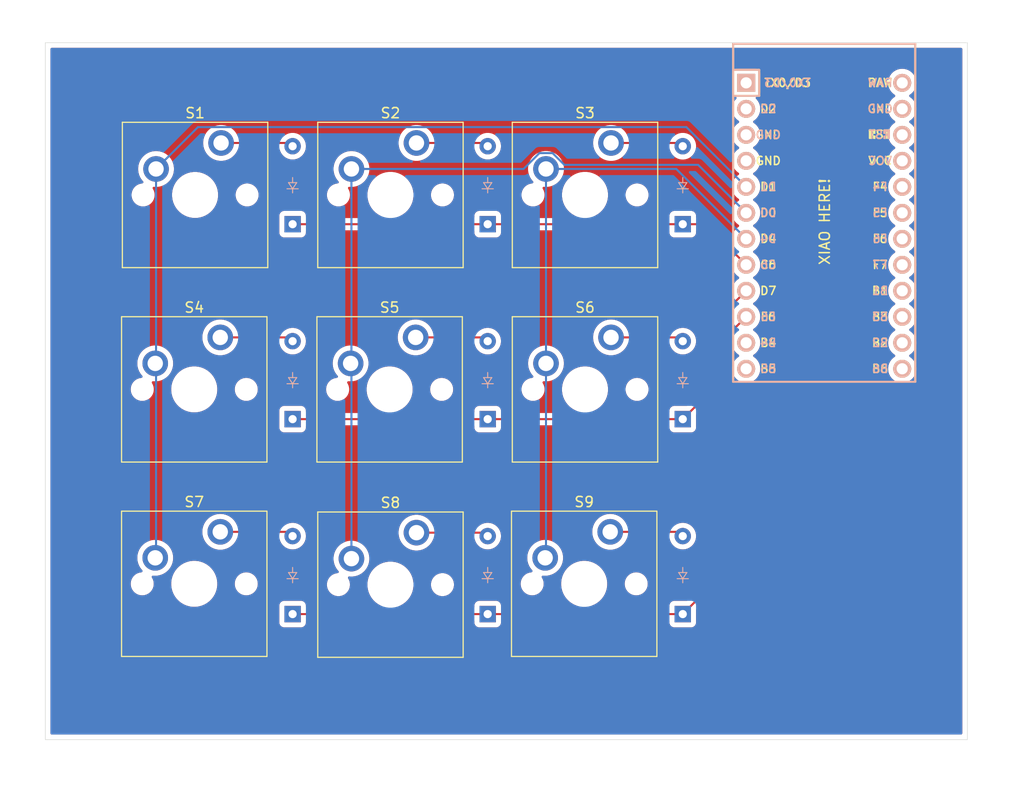
<source format=kicad_pcb>
(kicad_pcb (version 20241229) (generator "pcbnew") (generator_version "9.0")
  (layers (0 "F.Cu" signal) (2 "B.Cu" signal) (13 "F.Paste" user) (15 "B.Paste" user) (5 "F.SilkS" user "F.Silkscreen") (7 "B.SilkS" user "B.Silkscreen") (1 "F.Mask" user) (3 "B.Mask" user) (25 "Edge.Cuts" user))
  (net 0 "")
  (net 1 "Row 0")
  (net 2 "Net-(D1-A)")
  (net 3 "Net-(D2-A)")
  (net 4 "Net-(D3-A)")
  (net 5 "Net-(D4-A)")
  (net 6 "Row 1")
  (net 7 "Net-(D5-A)")
  (net 8 "Net-(D6-A)")
  (net 9 "Row 2")
  (net 10 "Net-(D7-A)")
  (net 11 "Net-(D8-A)")
  (net 12 "Net-(D9-A)")
  (net 13 "Column 0")
  (net 14 "Column 1")
  (net 15 "Column 2")
  (footprint "ScottoKeebs_MX:MX_PCB_1.00u" (layer "F.Cu") (at 118 80)
    (property "Reference" "S1" (at 0 -8 0) (layer "F.SilkS"))
    (property "Value" "Keyswitch")
    (fp_line (start -7.1 -7.1) (end -7.1 7.1) (stroke (width 0.12)) (layer "F.SilkS"))
    (fp_line (start -7.1 7.1) (end 7.1 7.1) (stroke (width 0.12)) (layer "F.SilkS"))
    (fp_line (start 7.1 -7.1) (end -7.1 -7.1) (stroke (width 0.12)) (layer "F.SilkS"))
    (fp_line (start 7.1 7.1) (end 7.1 -7.1) (stroke (width 0.12)) (layer "F.SilkS"))
    (pad "" np_thru_hole circle (at -5.08 0) (size 1.75 1.75) (drill 1.75) (layers "*.Cu" "*.Mask"))
    (pad "" np_thru_hole circle (at 0 0) (size 4 4) (drill 4) (layers "*.Cu" "*.Mask"))
    (pad "" np_thru_hole circle (at 5.08 0) (size 1.75 1.75) (drill 1.75) (layers "*.Cu" "*.Mask"))
    (pad "1" thru_hole circle (at -3.81 -2.54) (size 2.5 2.5) (drill 1.5) (layers "*.Cu" "*.Mask") (net 13 "Column 0"))
    (pad "2" thru_hole circle (at 2.54 -5.08) (size 2.5 2.5) (drill 1.5) (layers "*.Cu" "*.Mask") (net 2 "Net-(D1-A)"))
  )
  (footprint "ScottoKeebs_MX:MX_PCB_1.00u" (layer "F.Cu") (at 137.08 80)
    (property "Reference" "S2" (at 0 -8 0) (layer "F.SilkS"))
    (property "Value" "Keyswitch")
    (fp_line (start -7.1 -7.1) (end -7.1 7.1) (stroke (width 0.12)) (layer "F.SilkS"))
    (fp_line (start -7.1 7.1) (end 7.1 7.1) (stroke (width 0.12)) (layer "F.SilkS"))
    (fp_line (start 7.1 -7.1) (end -7.1 -7.1) (stroke (width 0.12)) (layer "F.SilkS"))
    (fp_line (start 7.1 7.1) (end 7.1 -7.1) (stroke (width 0.12)) (layer "F.SilkS"))
    (pad "" np_thru_hole circle (at -5.08 0) (size 1.75 1.75) (drill 1.75) (layers "*.Cu" "*.Mask"))
    (pad "" np_thru_hole circle (at 0 0) (size 4 4) (drill 4) (layers "*.Cu" "*.Mask"))
    (pad "" np_thru_hole circle (at 5.08 0) (size 1.75 1.75) (drill 1.75) (layers "*.Cu" "*.Mask"))
    (pad "1" thru_hole circle (at -3.81 -2.54) (size 2.5 2.5) (drill 1.5) (layers "*.Cu" "*.Mask") (net 14 "Column 1"))
    (pad "2" thru_hole circle (at 2.54 -5.08) (size 2.5 2.5) (drill 1.5) (layers "*.Cu" "*.Mask") (net 3 "Net-(D2-A)"))
  )
  (footprint "ScottoKeebs_MCU:Arduino_Pro_Micro" (layer "F.Cu") (at 179.43625 83.01625)
    (property "Reference" "U1" (hide yes))
    (property "Value" "Arduino_Pro_Micro" (hide yes))
    (fp_line (start -8.89 -17.78) (end -8.89 15.24) (stroke (width 0.2)) (layer "F.SilkS"))
    (fp_line (start -8.89 15.24) (end 8.89 15.24) (stroke (width 0.2)) (layer "F.SilkS"))
    (fp_line (start -6.35 -15.24) (end -8.89 -15.24) (stroke (width 0.2)) (layer "F.SilkS"))
    (fp_line (start -6.35 -15.24) (end -6.35 -12.7) (stroke (width 0.2)) (layer "F.SilkS"))
    (fp_line (start -6.35 -12.7) (end -8.89 -12.7) (stroke (width 0.2)) (layer "F.SilkS"))
    (fp_line (start 8.89 -17.78) (end -8.89 -17.78) (stroke (width 0.2)) (layer "F.SilkS"))
    (fp_line (start 8.89 15.24) (end 8.89 -17.78) (stroke (width 0.2)) (layer "F.SilkS"))
    (fp_poly (pts (xy 4.531568 -9.36064) (xy 4.531568 -8.56064) (xy 4.431568 -8.56064) (xy 4.431568 -9.36064)) (stroke (width 0.15)) (fill yes) (layer "F.SilkS"))
    (fp_poly (pts (xy 4.731568 -8.96064) (xy 4.731568 -8.86064) (xy 4.631568 -8.86064) (xy 4.631568 -8.96064)) (stroke (width 0.15)) (fill yes) (layer "F.SilkS"))
    (fp_poly (pts (xy 4.931568 -9.36064) (xy 4.931568 -9.26064) (xy 4.431568 -9.26064) (xy 4.431568 -9.36064)) (stroke (width 0.15)) (fill yes) (layer "F.SilkS"))
    (fp_poly (pts (xy 4.931568 -9.36064) (xy 4.931568 -9.06064) (xy 4.831568 -9.06064) (xy 4.831568 -9.36064)) (stroke (width 0.15)) (fill yes) (layer "F.SilkS"))
    (fp_poly (pts (xy 4.931568 -8.76064) (xy 4.931568 -8.56064) (xy 4.831568 -8.56064) (xy 4.831568 -8.76064)) (stroke (width 0.15)) (fill yes) (layer "F.SilkS"))
    (fp_line (start -8.89 -17.78) (end -8.89 15.24) (stroke (width 0.2)) (layer "B.SilkS"))
    (fp_line (start -8.89 15.24) (end 8.89 15.24) (stroke (width 0.2)) (layer "B.SilkS"))
    (fp_line (start -6.35 -15.24) (end -8.89 -15.24) (stroke (width 0.2)) (layer "B.SilkS"))
    (fp_line (start -6.35 -15.24) (end -6.35 -12.7) (stroke (width 0.2)) (layer "B.SilkS"))
    (fp_line (start -6.35 -12.7) (end -8.89 -12.7) (stroke (width 0.2)) (layer "B.SilkS"))
    (fp_line (start 8.89 -17.78) (end -8.89 -17.78) (stroke (width 0.2)) (layer "B.SilkS"))
    (fp_line (start 8.89 15.24) (end 8.89 -17.78) (stroke (width 0.2)) (layer "B.SilkS"))
    (fp_poly (pts (xy 5.844635 -9.35097) (xy 5.844635 -9.25097) (xy 6.344635 -9.25097) (xy 6.344635 -9.35097)) (stroke (width 0.15)) (fill yes) (layer "B.SilkS"))
    (fp_poly (pts (xy 5.844635 -9.35097) (xy 5.844635 -9.05097) (xy 5.944635 -9.05097) (xy 5.944635 -9.35097)) (stroke (width 0.15)) (fill yes) (layer "B.SilkS"))
    (fp_poly (pts (xy 5.844635 -8.75097) (xy 5.844635 -8.55097) (xy 5.944635 -8.55097) (xy 5.944635 -8.75097)) (stroke (width 0.15)) (fill yes) (layer "B.SilkS"))
    (fp_poly (pts (xy 6.044635 -8.95097) (xy 6.044635 -8.85097) (xy 6.144635 -8.85097) (xy 6.144635 -8.95097)) (stroke (width 0.15)) (fill yes) (layer "B.SilkS"))
    (fp_poly (pts (xy 6.244635 -9.35097) (xy 6.244635 -8.55097) (xy 6.344635 -8.55097) (xy 6.344635 -9.35097)) (stroke (width 0.15)) (fill yes) (layer "B.SilkS"))
    (fp_text user "E6" (at -5.461 8.89 0) (layer "F.SilkS") (effects (font (size 0.8 0.8))))
    (fp_text user "F7" (at 5.461 3.81 0) (layer "F.SilkS") (effects (font (size 0.8 0.8))))
    (fp_text user "TX0/D3" (at -3.571872 -13.97 0) (layer "F.SilkS") (effects (font (size 0.8 0.8))))
    (fp_text user "D0" (at -5.461 -1.27 0) (layer "F.SilkS") (effects (font (size 0.8 0.8))))
    (fp_text user "B1" (at 5.461 6.35 0) (layer "F.SilkS") (effects (font (size 0.8 0.8))))
    (fp_text user "B2" (at 5.461 11.43 0) (layer "F.SilkS") (effects (font (size 0.8 0.8))))
    (fp_text user "B5" (at -5.461 13.97 0) (layer "F.SilkS") (effects (font (size 0.8 0.8))))
    (fp_text user "RAW" (at 5.461 -13.97 0) (layer "F.SilkS") (effects (font (size 0.8 0.8))))
    (fp_text user "F5" (at 5.461 -1.27 0) (layer "F.SilkS") (effects (font (size 0.8 0.8))))
    (fp_text user "B4" (at -5.461 11.43 0) (layer "F.SilkS") (effects (font (size 0.8 0.8))))
    (fp_text user "D4" (at -5.461 1.27 0) (layer "F.SilkS") (effects (font (size 0.8 0.8))))
    (fp_text user "F4" (at 5.461 -3.81 0) (layer "F.SilkS") (effects (font (size 0.8 0.8))))
    (fp_text user "D7" (at -5.461 6.35 0) (layer "F.SilkS") (effects (font (size 0.8 0.8))))
    (fp_text user "ST" (at 5.73312 -8.92 0) (layer "F.SilkS") (effects (font (size 0.8 0.8))))
    (fp_text user "VCC" (at 5.461 -6.35 0) (layer "F.SilkS") (effects (font (size 0.8 0.8))))
    (fp_text user "F6" (at 5.461 1.27 0) (layer "F.SilkS") (effects (font (size 0.8 0.8))))
    (fp_text user "C6" (at -5.461 3.81 0) (layer "F.SilkS") (effects (font (size 0.8 0.8))))
    (fp_text user "B3" (at 5.461 8.89 0) (layer "F.SilkS") (effects (font (size 0.8 0.8))))
    (fp_text user "D1" (at -5.461 -3.81 0) (layer "F.SilkS") (effects (font (size 0.8 0.8))))
    (fp_text user "B6" (at 5.461 13.97 0) (layer "F.SilkS") (effects (font (size 0.8 0.8))))
    (fp_text user "D2" (at -5.461 -11.43 0) (layer "F.SilkS") (effects (font (size 0.8 0.8))))
    (fp_text user "GND" (at 5.461 -11.43 0) (layer "F.SilkS") (effects (font (size 0.8 0.8))))
    (fp_text user "GND" (at -5.461 -6.35 0) (layer "F.SilkS") (effects (font (size 0.8 0.8))))
    (fp_text user "GND" (at -5.461 -8.89 0) (layer "F.SilkS") (effects (font (size 0.8 0.8))))
    (fp_text user "B5" (at -5.461 13.97 0) (layer "B.SilkS") (effects (font (size 0.8 0.8)) (justify mirror)))
    (fp_text user "D4" (at -5.461 1.27 0) (layer "B.SilkS") (effects (font (size 0.8 0.8)) (justify mirror)))
    (fp_text user "RAW" (at 5.461 -13.97 0) (layer "B.SilkS") (effects (font (size 0.8 0.8)) (justify mirror)))
    (fp_text user "B4" (at -5.461 11.43 0) (layer "B.SilkS") (effects (font (size 0.8 0.8)) (justify mirror)))
    (fp_text user "E6" (at -5.461 8.89 0) (layer "B.SilkS") (effects (font (size 0.8 0.8)) (justify mirror)))
    (fp_text user "B1" (at 5.461 6.35 0) (layer "B.SilkS") (effects (font (size 0.8 0.8)) (justify mirror)))
    (fp_text user "F6" (at 5.461 1.27 0) (layer "B.SilkS") (effects (font (size 0.8 0.8)) (justify mirror)))
    (fp_text user "GND" (at -5.461 -8.89 0) (layer "B.SilkS") (effects (font (size 0.8 0.8)) (justify mirror)))
    (fp_text user "F7" (at 5.461 3.81 0) (layer "B.SilkS") (effects (font (size 0.8 0.8)) (justify mirror)))
    (fp_text user "C6" (at -5.461 3.81 0) (layer "B.SilkS") (effects (font (size 0.8 0.8)) (justify mirror)))
    (fp_text user "D2" (at -5.461 -11.43 0) (layer "B.SilkS") (effects (font (size 0.8 0.8)) (justify mirror)))
    (fp_text user "D1" (at -5.461 -3.81 0) (layer "B.SilkS") (effects (font (size 0.8 0.8)) (justify mirror)))
    (fp_text user "B2" (at 5.461 11.43 0) (layer "B.SilkS") (effects (font (size 0.8 0.8)) (justify mirror)))
    (fp_text user "VCC" (at 5.461 -6.35 0) (layer "B.SilkS") (effects (font (size 0.8 0.8)) (justify mirror)))
    (fp_text user "F5" (at 5.461 -1.27 0) (layer "B.SilkS") (effects (font (size 0.8 0.8)) (justify mirror)))
    (fp_text user "B6" (at 5.461 13.97 0) (layer "B.SilkS") (effects (font (size 0.8 0.8)) (justify mirror)))
    (fp_text user "GND" (at 5.461 -11.43 0) (layer "B.SilkS") (effects (font (size 0.8 0.8)) (justify mirror)))
    (fp_text user "F4" (at 5.461 -3.81 0) (layer "B.SilkS") (effects (font (size 0.8 0.8)) (justify mirror)))
    (fp_text user "B3" (at 5.461 8.89 0) (layer "B.SilkS") (effects (font (size 0.8 0.8)) (justify mirror)))
    (fp_text user "D0" (at -5.461 -1.27 0) (layer "B.SilkS") (effects (font (size 0.8 0.8)) (justify mirror)))
    (fp_text user "TX0/D3" (at -3.571872 -13.97 0) (layer "B.SilkS") (effects (font (size 0.8 0.8)) (justify mirror)))
    (fp_text user "ST" (at 5.04 -8.91 0) (layer "B.SilkS") (effects (font (size 0.8 0.8)) (justify mirror)))
    (pad "1" thru_hole rect (at -7.62 -13.97 270) (size 1.7526 1.7526) (drill 1.0922) (layers "*.Cu" "*.SilkS" "*.Mask"))
    (pad "2" thru_hole circle (at -7.62 -11.43 270) (size 1.7526 1.7526) (drill 1.0922) (layers "*.Cu" "*.SilkS" "*.Mask"))
    (pad "3" thru_hole circle (at -7.62 -8.89 270) (size 1.7526 1.7526) (drill 1.0922) (layers "*.Cu" "*.SilkS" "*.Mask"))
    (pad "4" thru_hole circle (at -7.62 -6.35 270) (size 1.7526 1.7526) (drill 1.0922) (layers "*.Cu" "*.SilkS" "*.Mask"))
    (pad "5" thru_hole circle (at -7.62 -3.81 270) (size 1.7526 1.7526) (drill 1.0922) (layers "*.Cu" "*.SilkS" "*.Mask") (net 13 "Column 0"))
    (pad "6" thru_hole circle (at -7.62 -1.27 270) (size 1.7526 1.7526) (drill 1.0922) (layers "*.Cu" "*.SilkS" "*.Mask") (net 14 "Column 1"))
    (pad "7" thru_hole circle (at -7.62 1.27 270) (size 1.7526 1.7526) (drill 1.0922) (layers "*.Cu" "*.SilkS" "*.Mask") (net 15 "Column 2"))
    (pad "8" thru_hole circle (at -7.62 3.81 270) (size 1.7526 1.7526) (drill 1.0922) (layers "*.Cu" "*.SilkS" "*.Mask") (net 1 "Row 0"))
    (pad "9" thru_hole circle (at -7.62 6.35 270) (size 1.7526 1.7526) (drill 1.0922) (layers "*.Cu" "*.SilkS" "*.Mask") (net 6 "Row 1"))
    (pad "10" thru_hole circle (at -7.62 8.89 270) (size 1.7526 1.7526) (drill 1.0922) (layers "*.Cu" "*.SilkS" "*.Mask") (net 9 "Row 2"))
    (pad "11" thru_hole circle (at -7.62 11.43 270) (size 1.7526 1.7526) (drill 1.0922) (layers "*.Cu" "*.SilkS" "*.Mask"))
    (pad "12" thru_hole circle (at -7.62 13.97 270) (size 1.7526 1.7526) (drill 1.0922) (layers "*.Cu" "*.SilkS" "*.Mask"))
    (pad "13" thru_hole circle (at 7.62 13.97 270) (size 1.7526 1.7526) (drill 1.0922) (layers "*.Cu" "*.SilkS" "*.Mask"))
    (pad "14" thru_hole circle (at 7.62 11.43 270) (size 1.7526 1.7526) (drill 1.0922) (layers "*.Cu" "*.SilkS" "*.Mask"))
    (pad "15" thru_hole circle (at 7.62 8.89 270) (size 1.7526 1.7526) (drill 1.0922) (layers "*.Cu" "*.SilkS" "*.Mask"))
    (pad "16" thru_hole circle (at 7.62 6.35 270) (size 1.7526 1.7526) (drill 1.0922) (layers "*.Cu" "*.SilkS" "*.Mask"))
    (pad "17" thru_hole circle (at 7.62 3.81 270) (size 1.7526 1.7526) (drill 1.0922) (layers "*.Cu" "*.SilkS" "*.Mask"))
    (pad "18" thru_hole circle (at 7.62 1.27 270) (size 1.7526 1.7526) (drill 1.0922) (layers "*.Cu" "*.SilkS" "*.Mask"))
    (pad "19" thru_hole circle (at 7.62 -1.27 270) (size 1.7526 1.7526) (drill 1.0922) (layers "*.Cu" "*.SilkS" "*.Mask"))
    (pad "20" thru_hole circle (at 7.62 -3.81 270) (size 1.7526 1.7526) (drill 1.0922) (layers "*.Cu" "*.SilkS" "*.Mask"))
    (pad "21" thru_hole circle (at 7.62 -6.35 270) (size 1.7526 1.7526) (drill 1.0922) (layers "*.Cu" "*.SilkS" "*.Mask"))
    (pad "22" thru_hole circle (at 7.62 -8.89 270) (size 1.7526 1.7526) (drill 1.0922) (layers "*.Cu" "*.SilkS" "*.Mask"))
    (pad "23" thru_hole circle (at 7.62 -11.43 270) (size 1.7526 1.7526) (drill 1.0922) (layers "*.Cu" "*.SilkS" "*.Mask"))
    (pad "24" thru_hole circle (at 7.62 -13.97 270) (size 1.7526 1.7526) (drill 1.0922) (layers "*.Cu" "*.SilkS" "*.Mask"))
  )
  (footprint "ScottoKeebs_MX:MX_PCB_1.00u" (layer "F.Cu") (at 156.08 80)
    (property "Reference" "S3" (at 0 -8 0) (layer "F.SilkS"))
    (property "Value" "Keyswitch")
    (fp_line (start -7.1 -7.1) (end -7.1 7.1) (stroke (width 0.12)) (layer "F.SilkS"))
    (fp_line (start -7.1 7.1) (end 7.1 7.1) (stroke (width 0.12)) (layer "F.SilkS"))
    (fp_line (start 7.1 -7.1) (end -7.1 -7.1) (stroke (width 0.12)) (layer "F.SilkS"))
    (fp_line (start 7.1 7.1) (end 7.1 -7.1) (stroke (width 0.12)) (layer "F.SilkS"))
    (pad "" np_thru_hole circle (at -5.08 0) (size 1.75 1.75) (drill 1.75) (layers "*.Cu" "*.Mask"))
    (pad "" np_thru_hole circle (at 0 0) (size 4 4) (drill 4) (layers "*.Cu" "*.Mask"))
    (pad "" np_thru_hole circle (at 5.08 0) (size 1.75 1.75) (drill 1.75) (layers "*.Cu" "*.Mask"))
    (pad "1" thru_hole circle (at -3.81 -2.54) (size 2.5 2.5) (drill 1.5) (layers "*.Cu" "*.Mask") (net 15 "Column 2"))
    (pad "2" thru_hole circle (at 2.54 -5.08) (size 2.5 2.5) (drill 1.5) (layers "*.Cu" "*.Mask") (net 4 "Net-(D3-A)"))
  )
  (footprint "ScottoKeebs_MX:MX_PCB_1.00u" (layer "F.Cu") (at 156.08 99)
    (property "Reference" "S6" (at 0 -8 0) (layer "F.SilkS"))
    (property "Value" "Keyswitch")
    (fp_line (start -7.1 -7.1) (end -7.1 7.1) (stroke (width 0.12)) (layer "F.SilkS"))
    (fp_line (start -7.1 7.1) (end 7.1 7.1) (stroke (width 0.12)) (layer "F.SilkS"))
    (fp_line (start 7.1 -7.1) (end -7.1 -7.1) (stroke (width 0.12)) (layer "F.SilkS"))
    (fp_line (start 7.1 7.1) (end 7.1 -7.1) (stroke (width 0.12)) (layer "F.SilkS"))
    (pad "" np_thru_hole circle (at -5.08 0) (size 1.75 1.75) (drill 1.75) (layers "*.Cu" "*.Mask"))
    (pad "" np_thru_hole circle (at 0 0) (size 4 4) (drill 4) (layers "*.Cu" "*.Mask"))
    (pad "" np_thru_hole circle (at 5.08 0) (size 1.75 1.75) (drill 1.75) (layers "*.Cu" "*.Mask"))
    (pad "1" thru_hole circle (at -3.81 -2.54) (size 2.5 2.5) (drill 1.5) (layers "*.Cu" "*.Mask") (net 15 "Column 2"))
    (pad "2" thru_hole circle (at 2.54 -5.08) (size 2.5 2.5) (drill 1.5) (layers "*.Cu" "*.Mask") (net 8 "Net-(D6-A)"))
  )
  (footprint "ScottoKeebs_MX:MX_PCB_1.00u" (layer "F.Cu") (at 137 99)
    (property "Reference" "S5" (at 0 -8 0) (layer "F.SilkS"))
    (property "Value" "Keyswitch")
    (fp_line (start -7.1 -7.1) (end -7.1 7.1) (stroke (width 0.12)) (layer "F.SilkS"))
    (fp_line (start -7.1 7.1) (end 7.1 7.1) (stroke (width 0.12)) (layer "F.SilkS"))
    (fp_line (start 7.1 -7.1) (end -7.1 -7.1) (stroke (width 0.12)) (layer "F.SilkS"))
    (fp_line (start 7.1 7.1) (end 7.1 -7.1) (stroke (width 0.12)) (layer "F.SilkS"))
    (pad "" np_thru_hole circle (at -5.08 0) (size 1.75 1.75) (drill 1.75) (layers "*.Cu" "*.Mask"))
    (pad "" np_thru_hole circle (at 0 0) (size 4 4) (drill 4) (layers "*.Cu" "*.Mask"))
    (pad "" np_thru_hole circle (at 5.08 0) (size 1.75 1.75) (drill 1.75) (layers "*.Cu" "*.Mask"))
    (pad "1" thru_hole circle (at -3.81 -2.54) (size 2.5 2.5) (drill 1.5) (layers "*.Cu" "*.Mask") (net 14 "Column 1"))
    (pad "2" thru_hole circle (at 2.54 -5.08) (size 2.5 2.5) (drill 1.5) (layers "*.Cu" "*.Mask") (net 7 "Net-(D5-A)"))
  )
  (footprint "ScottoKeebs_MX:MX_PCB_1.00u" (layer "F.Cu") (at 117.92 118)
    (property "Reference" "S7" (at 0 -8 0) (layer "F.SilkS"))
    (property "Value" "Keyswitch")
    (fp_line (start -7.1 -7.1) (end -7.1 7.1) (stroke (width 0.12)) (layer "F.SilkS"))
    (fp_line (start -7.1 7.1) (end 7.1 7.1) (stroke (width 0.12)) (layer "F.SilkS"))
    (fp_line (start 7.1 -7.1) (end -7.1 -7.1) (stroke (width 0.12)) (layer "F.SilkS"))
    (fp_line (start 7.1 7.1) (end 7.1 -7.1) (stroke (width 0.12)) (layer "F.SilkS"))
    (pad "" np_thru_hole circle (at -5.08 0) (size 1.75 1.75) (drill 1.75) (layers "*.Cu" "*.Mask"))
    (pad "" np_thru_hole circle (at 0 0) (size 4 4) (drill 4) (layers "*.Cu" "*.Mask"))
    (pad "" np_thru_hole circle (at 5.08 0) (size 1.75 1.75) (drill 1.75) (layers "*.Cu" "*.Mask"))
    (pad "1" thru_hole circle (at -3.81 -2.54) (size 2.5 2.5) (drill 1.5) (layers "*.Cu" "*.Mask") (net 13 "Column 0"))
    (pad "2" thru_hole circle (at 2.54 -5.08) (size 2.5 2.5) (drill 1.5) (layers "*.Cu" "*.Mask") (net 10 "Net-(D7-A)"))
  )
  (footprint "ScottoKeebs_MX:MX_PCB_1.00u" (layer "F.Cu") (at 156 118)
    (property "Reference" "S9" (at 0 -8 0) (layer "F.SilkS"))
    (property "Value" "Keyswitch")
    (fp_line (start -7.1 -7.1) (end -7.1 7.1) (stroke (width 0.12)) (layer "F.SilkS"))
    (fp_line (start -7.1 7.1) (end 7.1 7.1) (stroke (width 0.12)) (layer "F.SilkS"))
    (fp_line (start 7.1 -7.1) (end -7.1 -7.1) (stroke (width 0.12)) (layer "F.SilkS"))
    (fp_line (start 7.1 7.1) (end 7.1 -7.1) (stroke (width 0.12)) (layer "F.SilkS"))
    (pad "" np_thru_hole circle (at -5.08 0) (size 1.75 1.75) (drill 1.75) (layers "*.Cu" "*.Mask"))
    (pad "" np_thru_hole circle (at 0 0) (size 4 4) (drill 4) (layers "*.Cu" "*.Mask"))
    (pad "" np_thru_hole circle (at 5.08 0) (size 1.75 1.75) (drill 1.75) (layers "*.Cu" "*.Mask"))
    (pad "1" thru_hole circle (at -3.81 -2.54) (size 2.5 2.5) (drill 1.5) (layers "*.Cu" "*.Mask") (net 15 "Column 2"))
    (pad "2" thru_hole circle (at 2.54 -5.08) (size 2.5 2.5) (drill 1.5) (layers "*.Cu" "*.Mask") (net 12 "Net-(D9-A)"))
  )
  (footprint "ScottoKeebs_MX:MX_PCB_1.00u" (layer "F.Cu") (at 137.08 118.08)
    (property "Reference" "S8" (at 0 -8 0) (layer "F.SilkS"))
    (property "Value" "Keyswitch")
    (fp_line (start -7.1 -7.1) (end -7.1 7.1) (stroke (width 0.12)) (layer "F.SilkS"))
    (fp_line (start -7.1 7.1) (end 7.1 7.1) (stroke (width 0.12)) (layer "F.SilkS"))
    (fp_line (start 7.1 -7.1) (end -7.1 -7.1) (stroke (width 0.12)) (layer "F.SilkS"))
    (fp_line (start 7.1 7.1) (end 7.1 -7.1) (stroke (width 0.12)) (layer "F.SilkS"))
    (pad "" np_thru_hole circle (at -5.08 0) (size 1.75 1.75) (drill 1.75) (layers "*.Cu" "*.Mask"))
    (pad "" np_thru_hole circle (at 0 0) (size 4 4) (drill 4) (layers "*.Cu" "*.Mask"))
    (pad "" np_thru_hole circle (at 5.08 0) (size 1.75 1.75) (drill 1.75) (layers "*.Cu" "*.Mask"))
    (pad "1" thru_hole circle (at -3.81 -2.54) (size 2.5 2.5) (drill 1.5) (layers "*.Cu" "*.Mask") (net 14 "Column 1"))
    (pad "2" thru_hole circle (at 2.54 -5.08) (size 2.5 2.5) (drill 1.5) (layers "*.Cu" "*.Mask") (net 11 "Net-(D8-A)"))
  )
  (footprint "ScottoKeebs_MX:MX_PCB_1.00u" (layer "F.Cu") (at 117.92 99)
    (property "Reference" "S4" (at 0 -8 0) (layer "F.SilkS"))
    (property "Value" "Keyswitch")
    (fp_line (start -7.1 -7.1) (end -7.1 7.1) (stroke (width 0.12)) (layer "F.SilkS"))
    (fp_line (start -7.1 7.1) (end 7.1 7.1) (stroke (width 0.12)) (layer "F.SilkS"))
    (fp_line (start 7.1 -7.1) (end -7.1 -7.1) (stroke (width 0.12)) (layer "F.SilkS"))
    (fp_line (start 7.1 7.1) (end 7.1 -7.1) (stroke (width 0.12)) (layer "F.SilkS"))
    (pad "" np_thru_hole circle (at -5.08 0) (size 1.75 1.75) (drill 1.75) (layers "*.Cu" "*.Mask"))
    (pad "" np_thru_hole circle (at 0 0) (size 4 4) (drill 4) (layers "*.Cu" "*.Mask"))
    (pad "" np_thru_hole circle (at 5.08 0) (size 1.75 1.75) (drill 1.75) (layers "*.Cu" "*.Mask"))
    (pad "1" thru_hole circle (at -3.81 -2.54) (size 2.5 2.5) (drill 1.5) (layers "*.Cu" "*.Mask") (net 13 "Column 0"))
    (pad "2" thru_hole circle (at 2.54 -5.08) (size 2.5 2.5) (drill 1.5) (layers "*.Cu" "*.Mask") (net 5 "Net-(D4-A)"))
  )
  (footprint "ScottoKeebs_Components:Diode_DO-35" (layer "B.Cu") (at 146.575 82.8575 90)
    (property "Reference" "D2" (hide yes))
    (property "Value" "Diode" (hide yes))
    (fp_line (start 4.06 -0.4) (end 3.46 0) (stroke (width 0.1)) (layer "B.SilkS"))
    (fp_line (start 4.06 0) (end 4.56 0) (stroke (width 0.1)) (layer "B.SilkS"))
    (fp_line (start 3.46 0) (end 4.06 0.4) (stroke (width 0.1)) (layer "B.SilkS"))
    (fp_line (start 3.06 0) (end 3.46 0) (stroke (width 0.1)) (layer "B.SilkS"))
    (fp_line (start 4.06 0.4) (end 4.06 -0.4) (stroke (width 0.1)) (layer "B.SilkS"))
    (fp_line (start 3.46 0.55) (end 3.46 -0.55) (stroke (width 0.1)) (layer "B.SilkS"))
    (pad "1" thru_hole rect (at 0 0 90) (size 1.6 1.6) (drill 0.8) (layers "*.Cu" "*.Mask") (net 1 "Row 0"))
    (pad "2" thru_hole oval (at 7.62 0 90) (size 1.6 1.6) (drill 0.8) (layers "*.Cu" "*.Mask") (net 3 "Net-(D2-A)"))
  )
  (footprint "ScottoKeebs_Components:Diode_DO-35" (layer "B.Cu") (at 146.575 120.9575 90)
    (property "Reference" "D8" (hide yes))
    (property "Value" "Diode" (hide yes))
    (fp_line (start 4.06 -0.4) (end 3.46 0) (stroke (width 0.1)) (layer "B.SilkS"))
    (fp_line (start 4.06 0) (end 4.56 0) (stroke (width 0.1)) (layer "B.SilkS"))
    (fp_line (start 3.46 0) (end 4.06 0.4) (stroke (width 0.1)) (layer "B.SilkS"))
    (fp_line (start 3.06 0) (end 3.46 0) (stroke (width 0.1)) (layer "B.SilkS"))
    (fp_line (start 4.06 0.4) (end 4.06 -0.4) (stroke (width 0.1)) (layer "B.SilkS"))
    (fp_line (start 3.46 0.55) (end 3.46 -0.55) (stroke (width 0.1)) (layer "B.SilkS"))
    (pad "1" thru_hole rect (at 0 0 90) (size 1.6 1.6) (drill 0.8) (layers "*.Cu" "*.Mask") (net 9 "Row 2"))
    (pad "2" thru_hole oval (at 7.62 0 90) (size 1.6 1.6) (drill 0.8) (layers "*.Cu" "*.Mask") (net 11 "Net-(D8-A)"))
  )
  (footprint "ScottoKeebs_Components:Diode_DO-35" (layer "B.Cu") (at 146.575 101.9075 90)
    (property "Reference" "D5" (hide yes))
    (property "Value" "Diode" (hide yes))
    (fp_line (start 4.06 -0.4) (end 3.46 0) (stroke (width 0.1)) (layer "B.SilkS"))
    (fp_line (start 4.06 0) (end 4.56 0) (stroke (width 0.1)) (layer "B.SilkS"))
    (fp_line (start 3.46 0) (end 4.06 0.4) (stroke (width 0.1)) (layer "B.SilkS"))
    (fp_line (start 3.06 0) (end 3.46 0) (stroke (width 0.1)) (layer "B.SilkS"))
    (fp_line (start 4.06 0.4) (end 4.06 -0.4) (stroke (width 0.1)) (layer "B.SilkS"))
    (fp_line (start 3.46 0.55) (end 3.46 -0.55) (stroke (width 0.1)) (layer "B.SilkS"))
    (pad "1" thru_hole rect (at 0 0 90) (size 1.6 1.6) (drill 0.8) (layers "*.Cu" "*.Mask") (net 6 "Row 1"))
    (pad "2" thru_hole oval (at 7.62 0 90) (size 1.6 1.6) (drill 0.8) (layers "*.Cu" "*.Mask") (net 7 "Net-(D5-A)"))
  )
  (footprint "ScottoKeebs_Components:Diode_DO-35" (layer "B.Cu") (at 165.625 82.8575 90)
    (property "Reference" "D3" (hide yes))
    (property "Value" "Diode" (hide yes))
    (fp_line (start 4.06 -0.4) (end 3.46 0) (stroke (width 0.1)) (layer "B.SilkS"))
    (fp_line (start 4.06 0) (end 4.56 0) (stroke (width 0.1)) (layer "B.SilkS"))
    (fp_line (start 3.46 0) (end 4.06 0.4) (stroke (width 0.1)) (layer "B.SilkS"))
    (fp_line (start 3.06 0) (end 3.46 0) (stroke (width 0.1)) (layer "B.SilkS"))
    (fp_line (start 4.06 0.4) (end 4.06 -0.4) (stroke (width 0.1)) (layer "B.SilkS"))
    (fp_line (start 3.46 0.55) (end 3.46 -0.55) (stroke (width 0.1)) (layer "B.SilkS"))
    (pad "1" thru_hole rect (at 0 0 90) (size 1.6 1.6) (drill 0.8) (layers "*.Cu" "*.Mask") (net 1 "Row 0"))
    (pad "2" thru_hole oval (at 7.62 0 90) (size 1.6 1.6) (drill 0.8) (layers "*.Cu" "*.Mask") (net 4 "Net-(D3-A)"))
  )
  (footprint "ScottoKeebs_Components:Diode_DO-35" (layer "B.Cu") (at 165.625 101.9075 90)
    (property "Reference" "D6" (hide yes))
    (property "Value" "Diode" (hide yes))
    (fp_line (start 4.06 -0.4) (end 3.46 0) (stroke (width 0.1)) (layer "B.SilkS"))
    (fp_line (start 4.06 0) (end 4.56 0) (stroke (width 0.1)) (layer "B.SilkS"))
    (fp_line (start 3.46 0) (end 4.06 0.4) (stroke (width 0.1)) (layer "B.SilkS"))
    (fp_line (start 3.06 0) (end 3.46 0) (stroke (width 0.1)) (layer "B.SilkS"))
    (fp_line (start 4.06 0.4) (end 4.06 -0.4) (stroke (width 0.1)) (layer "B.SilkS"))
    (fp_line (start 3.46 0.55) (end 3.46 -0.55) (stroke (width 0.1)) (layer "B.SilkS"))
    (pad "1" thru_hole rect (at 0 0 90) (size 1.6 1.6) (drill 0.8) (layers "*.Cu" "*.Mask") (net 6 "Row 1"))
    (pad "2" thru_hole oval (at 7.62 0 90) (size 1.6 1.6) (drill 0.8) (layers "*.Cu" "*.Mask") (net 8 "Net-(D6-A)"))
  )
  (footprint "ScottoKeebs_Components:Diode_DO-35" (layer "B.Cu") (at 127.525 101.9075 90)
    (property "Reference" "D4" (hide yes))
    (property "Value" "Diode" (hide yes))
    (fp_line (start 4.06 -0.4) (end 3.46 0) (stroke (width 0.1)) (layer "B.SilkS"))
    (fp_line (start 4.06 0) (end 4.56 0) (stroke (width 0.1)) (layer "B.SilkS"))
    (fp_line (start 3.46 0) (end 4.06 0.4) (stroke (width 0.1)) (layer "B.SilkS"))
    (fp_line (start 3.06 0) (end 3.46 0) (stroke (width 0.1)) (layer "B.SilkS"))
    (fp_line (start 4.06 0.4) (end 4.06 -0.4) (stroke (width 0.1)) (layer "B.SilkS"))
    (fp_line (start 3.46 0.55) (end 3.46 -0.55) (stroke (width 0.1)) (layer "B.SilkS"))
    (pad "1" thru_hole rect (at 0 0 90) (size 1.6 1.6) (drill 0.8) (layers "*.Cu" "*.Mask") (net 6 "Row 1"))
    (pad "2" thru_hole oval (at 7.62 0 90) (size 1.6 1.6) (drill 0.8) (layers "*.Cu" "*.Mask") (net 5 "Net-(D4-A)"))
  )
  (footprint "ScottoKeebs_Components:Diode_DO-35" (layer "B.Cu") (at 165.625 120.9575 90)
    (property "Reference" "D9" (hide yes))
    (property "Value" "Diode" (hide yes))
    (fp_line (start 4.06 -0.4) (end 3.46 0) (stroke (width 0.1)) (layer "B.SilkS"))
    (fp_line (start 4.06 0) (end 4.56 0) (stroke (width 0.1)) (layer "B.SilkS"))
    (fp_line (start 3.46 0) (end 4.06 0.4) (stroke (width 0.1)) (layer "B.SilkS"))
    (fp_line (start 3.06 0) (end 3.46 0) (stroke (width 0.1)) (layer "B.SilkS"))
    (fp_line (start 4.06 0.4) (end 4.06 -0.4) (stroke (width 0.1)) (layer "B.SilkS"))
    (fp_line (start 3.46 0.55) (end 3.46 -0.55) (stroke (width 0.1)) (layer "B.SilkS"))
    (pad "1" thru_hole rect (at 0 0 90) (size 1.6 1.6) (drill 0.8) (layers "*.Cu" "*.Mask") (net 9 "Row 2"))
    (pad "2" thru_hole oval (at 7.62 0 90) (size 1.6 1.6) (drill 0.8) (layers "*.Cu" "*.Mask") (net 12 "Net-(D9-A)"))
  )
  (footprint "ScottoKeebs_Components:Diode_DO-35" (layer "B.Cu") (at 127.525 120.9575 90)
    (property "Reference" "D7" (hide yes))
    (property "Value" "Diode" (hide yes))
    (fp_line (start 4.06 -0.4) (end 3.46 0) (stroke (width 0.1)) (layer "B.SilkS"))
    (fp_line (start 4.06 0) (end 4.56 0) (stroke (width 0.1)) (layer "B.SilkS"))
    (fp_line (start 3.46 0) (end 4.06 0.4) (stroke (width 0.1)) (layer "B.SilkS"))
    (fp_line (start 3.06 0) (end 3.46 0) (stroke (width 0.1)) (layer "B.SilkS"))
    (fp_line (start 4.06 0.4) (end 4.06 -0.4) (stroke (width 0.1)) (layer "B.SilkS"))
    (fp_line (start 3.46 0.55) (end 3.46 -0.55) (stroke (width 0.1)) (layer "B.SilkS"))
    (pad "1" thru_hole rect (at 0 0 90) (size 1.6 1.6) (drill 0.8) (layers "*.Cu" "*.Mask") (net 9 "Row 2"))
    (pad "2" thru_hole oval (at 7.62 0 90) (size 1.6 1.6) (drill 0.8) (layers "*.Cu" "*.Mask") (net 10 "Net-(D7-A)"))
  )
  (footprint "ScottoKeebs_Components:Diode_DO-35" (layer "B.Cu") (at 127.525 82.8575 90)
    (property "Reference" "D1" (hide yes))
    (property "Value" "Diode" (hide yes))
    (fp_line (start 4.06 -0.4) (end 3.46 0) (stroke (width 0.1)) (layer "B.SilkS"))
    (fp_line (start 4.06 0) (end 4.56 0) (stroke (width 0.1)) (layer "B.SilkS"))
    (fp_line (start 3.46 0) (end 4.06 0.4) (stroke (width 0.1)) (layer "B.SilkS"))
    (fp_line (start 3.06 0) (end 3.46 0) (stroke (width 0.1)) (layer "B.SilkS"))
    (fp_line (start 4.06 0.4) (end 4.06 -0.4) (stroke (width 0.1)) (layer "B.SilkS"))
    (fp_line (start 3.46 0.55) (end 3.46 -0.55) (stroke (width 0.1)) (layer "B.SilkS"))
    (pad "1" thru_hole rect (at 0 0 90) (size 1.6 1.6) (drill 0.8) (layers "*.Cu" "*.Mask") (net 1 "Row 0"))
    (pad "2" thru_hole oval (at 7.62 0 90) (size 1.6 1.6) (drill 0.8) (layers "*.Cu" "*.Mask") (net 2 "Net-(D1-A)"))
  )
  (gr_rect (start 103.375 65.125) (end 193.425 133.225) (stroke (width 0.05)) (fill no) (layer "Edge.Cuts"))
  (gr_text "XIAO HERE!" (at 180.075 86.925 90) (layer "F.SilkS") (effects (font (size 1 1)) (justify left bottom)))
  (segment (start 167.8475 82.8575) (end 171.81625 86.82625) (width 0.2) (layer "F.Cu") (net 1))
  (segment (start 165.625 82.8575) (end 167.8475 82.8575) (width 0.2) (layer "F.Cu") (net 1))
  (segment (start 127.525 82.8575) (end 165.625 82.8575) (width 0.2) (layer "F.Cu") (net 1))
  (segment (start 127.2075 74.92) (end 127.525 75.2375) (width 0.2) (layer "F.Cu") (net 2))
  (segment (start 120.54 74.92) (end 127.2075 74.92) (width 0.2) (layer "F.Cu") (net 2))
  (segment (start 139.62 74.92) (end 146.2575 74.92) (width 0.2) (layer "F.Cu") (net 3))
  (segment (start 146.2575 74.92) (end 146.575 75.2375) (width 0.2) (layer "F.Cu") (net 3))
  (segment (start 165.3075 74.92) (end 165.625 75.2375) (width 0.2) (layer "F.Cu") (net 4))
  (segment (start 158.62 74.92) (end 165.3075 74.92) (width 0.2) (layer "F.Cu") (net 4))
  (segment (start 120.46 93.92) (end 127.1575 93.92) (width 0.2) (layer "F.Cu") (net 5))
  (segment (start 127.1575 93.92) (end 127.525 94.2875) (width 0.2) (layer "F.Cu") (net 5))
  (segment (start 127.525 101.9075) (end 165.625 101.9075) (width 0.2) (layer "F.Cu") (net 6))
  (segment (start 168.00625 93.17625) (end 171.81625 89.36625) (width 0.2) (layer "F.Cu") (net 6))
  (segment (start 165.625 101.9075) (end 168.00625 99.52625) (width 0.2) (layer "F.Cu") (net 6))
  (segment (start 168.00625 99.52625) (end 168.00625 93.17625) (width 0.2) (layer "F.Cu") (net 6))
  (segment (start 146.2075 93.92) (end 146.575 94.2875) (width 0.2) (layer "F.Cu") (net 7))
  (segment (start 139.54 93.92) (end 146.2075 93.92) (width 0.2) (layer "F.Cu") (net 7))
  (segment (start 158.62 93.92) (end 165.2575 93.92) (width 0.2) (layer "F.Cu") (net 8))
  (segment (start 165.2575 93.92) (end 165.625 94.2875) (width 0.2) (layer "F.Cu") (net 8))
  (segment (start 168.40725 118.17525) (end 168.40725 95.31525) (width 0.2) (layer "F.Cu") (net 9))
  (segment (start 168.40725 95.31525) (end 171.81625 91.90625) (width 0.2) (layer "F.Cu") (net 9))
  (segment (start 127.525 120.9575) (end 165.625 120.9575) (width 0.2) (layer "F.Cu") (net 9))
  (segment (start 165.625 120.9575) (end 168.40725 118.17525) (width 0.2) (layer "F.Cu") (net 9))
  (segment (start 127.1075 112.92) (end 127.525 113.3375) (width 0.2) (layer "F.Cu") (net 10))
  (segment (start 120.46 112.92) (end 127.1075 112.92) (width 0.2) (layer "F.Cu") (net 10))
  (segment (start 146.2375 113) (end 146.575 113.3375) (width 0.2) (layer "F.Cu") (net 11))
  (segment (start 139.62 113) (end 146.2375 113) (width 0.2) (layer "F.Cu") (net 11))
  (segment (start 165.2075 112.92) (end 165.625 113.3375) (width 0.2) (layer "F.Cu") (net 12))
  (segment (start 158.54 112.92) (end 165.2075 112.92) (width 0.2) (layer "F.Cu") (net 12))
  (segment (start 114.11 115.46) (end 114.19 115.38) (width 0.2) (layer "B.Cu") (net 13))
  (segment (start 114.19 77.46) (end 118.281 73.369) (width 0.2) (layer "B.Cu") (net 13))
  (segment (start 165.979 73.369) (end 171.81625 79.20625) (width 0.2) (layer "B.Cu") (net 13))
  (segment (start 114.19 115.38) (end 114.19 77.46) (width 0.2) (layer "B.Cu") (net 13))
  (segment (start 118.281 73.369) (end 165.979 73.369) (width 0.2) (layer "B.Cu") (net 13))
  (segment (start 152.912446 75.909) (end 154.062446 77.059) (width 0.2) (layer "B.Cu") (net 14))
  (segment (start 133.27 115.54) (end 133.27 77.46) (width 0.2) (layer "B.Cu") (net 14))
  (segment (start 154.062446 77.059) (end 167.129 77.059) (width 0.2) (layer "B.Cu") (net 14))
  (segment (start 150.076554 77.46) (end 151.627554 75.909) (width 0.2) (layer "B.Cu") (net 14))
  (segment (start 167.129 77.059) (end 171.81625 81.74625) (width 0.2) (layer "B.Cu") (net 14))
  (segment (start 151.627554 75.909) (end 152.912446 75.909) (width 0.2) (layer "B.Cu") (net 14))
  (segment (start 133.27 77.46) (end 150.076554 77.46) (width 0.2) (layer "B.Cu") (net 14))
  (segment (start 152.19 115.46) (end 152.27 115.38) (width 0.2) (layer "B.Cu") (net 15))
  (segment (start 152.27 77.46) (end 164.99 77.46) (width 0.2) (layer "B.Cu") (net 15))
  (segment (start 152.27 115.38) (end 152.27 77.46) (width 0.2) (layer "B.Cu") (net 15))
  (segment (start 164.99 77.46) (end 171.81625 84.28625) (width 0.2) (layer "B.Cu") (net 15))
  (zone (net 0) (net_name "") (layers "F.Cu" "B.Cu") (connect_pads (clearance 0.5)) (min_thickness 0.25) (fill yes (thermal_gap 0.5) (thermal_bridge_width 0.5) (island_removal_mode 1) (island_area_min 10))
    (polygon (pts (xy 98.95 60.95) (xy 98.95 139.53125) (xy 198.9625 139.53125) (xy 198.9625 60.95)))
  )
)
</source>
